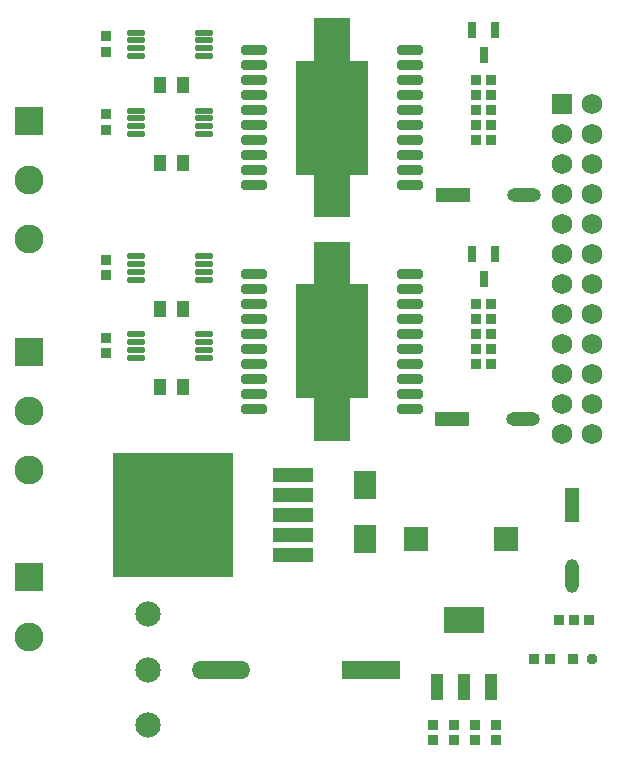
<source format=gts>
G04*
G04 #@! TF.GenerationSoftware,Altium Limited,Altium Designer,21.5.1 (32)*
G04*
G04 Layer_Color=8388736*
%FSLAX25Y25*%
%MOIN*%
G70*
G04*
G04 #@! TF.SameCoordinates,4ADBACA6-D99A-42C5-8304-42A3838A2759*
G04*
G04*
G04 #@! TF.FilePolarity,Negative*
G04*
G01*
G75*
G04:AMPARAMS|DCode=18|XSize=59.06mil|YSize=17.72mil|CornerRadius=1.95mil|HoleSize=0mil|Usage=FLASHONLY|Rotation=180.000|XOffset=0mil|YOffset=0mil|HoleType=Round|Shape=RoundedRectangle|*
%AMROUNDEDRECTD18*
21,1,0.05906,0.01382,0,0,180.0*
21,1,0.05516,0.01772,0,0,180.0*
1,1,0.00390,-0.02758,0.00691*
1,1,0.00390,0.02758,0.00691*
1,1,0.00390,0.02758,-0.00691*
1,1,0.00390,-0.02758,-0.00691*
%
%ADD18ROUNDEDRECTD18*%
%ADD37R,0.04100X0.05600*%
%ADD38R,0.24222X0.38395*%
G04:AMPARAMS|DCode=39|XSize=84.35mil|YSize=30.8mil|CornerRadius=4.98mil|HoleSize=0mil|Usage=FLASHONLY|Rotation=0.000|XOffset=0mil|YOffset=0mil|HoleType=Round|Shape=RoundedRectangle|*
%AMROUNDEDRECTD39*
21,1,0.08435,0.02084,0,0,0.0*
21,1,0.07438,0.03080,0,0,0.0*
1,1,0.00997,0.03719,-0.01042*
1,1,0.00997,-0.03719,-0.01042*
1,1,0.00997,-0.03719,0.01042*
1,1,0.00997,0.03719,0.01042*
%
%ADD39ROUNDEDRECTD39*%
%ADD40R,0.12017X0.16348*%
%ADD41R,0.03600X0.03600*%
%ADD42R,0.39970X0.41742*%
%ADD43R,0.13198X0.04734*%
%ADD44R,0.07490X0.09261*%
%ADD45R,0.03600X0.03600*%
%ADD46R,0.02962X0.05718*%
%ADD47R,0.11230X0.04537*%
%ADD48O,0.11230X0.04537*%
%ADD49R,0.04537X0.11230*%
%ADD50O,0.04537X0.11230*%
%ADD51R,0.08474X0.08474*%
%ADD52O,0.19498X0.06112*%
%ADD53R,0.19498X0.06112*%
%ADD54R,0.13198X0.08868*%
%ADD55R,0.04143X0.08868*%
%ADD56P,0.03897X8X22.5*%
%ADD57C,0.08474*%
%ADD58R,0.06899X0.06899*%
%ADD59C,0.06899*%
%ADD60C,0.00600*%
%ADD61R,0.09655X0.09655*%
%ADD62C,0.09655*%
D18*
X32583Y220161D02*
D03*
Y222721D02*
D03*
Y225279D02*
D03*
Y227839D02*
D03*
X55417D02*
D03*
Y225279D02*
D03*
Y222721D02*
D03*
Y220161D02*
D03*
X32583Y119563D02*
D03*
Y122122D02*
D03*
Y124681D02*
D03*
Y127240D02*
D03*
X55417D02*
D03*
Y124681D02*
D03*
Y122122D02*
D03*
Y119563D02*
D03*
X32583Y145563D02*
D03*
Y148122D02*
D03*
Y150681D02*
D03*
Y153240D02*
D03*
X55417D02*
D03*
Y150681D02*
D03*
Y148122D02*
D03*
Y145563D02*
D03*
X32583Y194161D02*
D03*
Y196721D02*
D03*
Y199279D02*
D03*
Y201839D02*
D03*
X55417D02*
D03*
Y199279D02*
D03*
Y196721D02*
D03*
Y194161D02*
D03*
D37*
X40760Y109902D02*
D03*
X48241D02*
D03*
X40760Y135902D02*
D03*
X48241D02*
D03*
X40760Y210500D02*
D03*
X48241D02*
D03*
X40760Y184500D02*
D03*
X48241D02*
D03*
D38*
X97976Y125000D02*
D03*
Y199500D02*
D03*
D39*
X71953Y147500D02*
D03*
Y142500D02*
D03*
Y137500D02*
D03*
Y132500D02*
D03*
Y127500D02*
D03*
Y122500D02*
D03*
Y117500D02*
D03*
Y112500D02*
D03*
Y107500D02*
D03*
Y102500D02*
D03*
X124000D02*
D03*
Y107500D02*
D03*
Y112500D02*
D03*
Y117500D02*
D03*
Y122500D02*
D03*
Y127500D02*
D03*
Y132500D02*
D03*
Y137500D02*
D03*
Y142500D02*
D03*
Y147500D02*
D03*
X71953Y222000D02*
D03*
Y217000D02*
D03*
Y212000D02*
D03*
Y207000D02*
D03*
Y202000D02*
D03*
Y197000D02*
D03*
Y192000D02*
D03*
Y187000D02*
D03*
Y182000D02*
D03*
Y177000D02*
D03*
X124000D02*
D03*
Y182000D02*
D03*
Y187000D02*
D03*
Y192000D02*
D03*
Y197000D02*
D03*
Y202000D02*
D03*
Y207000D02*
D03*
Y212000D02*
D03*
Y217000D02*
D03*
Y222000D02*
D03*
D40*
X97976Y150098D02*
D03*
Y99902D02*
D03*
Y224598D02*
D03*
Y174402D02*
D03*
D41*
X22500Y195539D02*
D03*
Y200657D02*
D03*
Y221539D02*
D03*
Y226657D02*
D03*
Y120941D02*
D03*
Y126059D02*
D03*
Y146941D02*
D03*
Y152059D02*
D03*
X152500Y-8059D02*
D03*
Y-2941D02*
D03*
X145500Y-8059D02*
D03*
Y-2941D02*
D03*
X138500Y-8059D02*
D03*
Y-2941D02*
D03*
X131500Y-8059D02*
D03*
Y-2941D02*
D03*
D42*
X45000Y67000D02*
D03*
D43*
X85000Y80386D02*
D03*
Y73693D02*
D03*
Y67000D02*
D03*
Y60307D02*
D03*
Y53614D02*
D03*
D44*
X109000Y58945D02*
D03*
Y77055D02*
D03*
D45*
X145989Y117500D02*
D03*
X151107D02*
D03*
Y122500D02*
D03*
X145989D02*
D03*
X151107Y127500D02*
D03*
X145989D02*
D03*
X145988Y132500D02*
D03*
X151106D02*
D03*
X145988Y137500D02*
D03*
X151106D02*
D03*
X145989Y192098D02*
D03*
X151107D02*
D03*
Y197099D02*
D03*
X145989D02*
D03*
X151107Y202099D02*
D03*
X145989D02*
D03*
X145988Y207098D02*
D03*
X151106D02*
D03*
X145988Y212098D02*
D03*
X151106D02*
D03*
X165441Y19000D02*
D03*
X170559D02*
D03*
X178441Y19000D02*
D03*
X178500Y32000D02*
D03*
X183500D02*
D03*
X173500D02*
D03*
D46*
X152240Y228634D02*
D03*
X144760D02*
D03*
X148500Y220366D02*
D03*
X152240Y154134D02*
D03*
X144760D02*
D03*
X148500Y145866D02*
D03*
D47*
X138189Y173598D02*
D03*
X138000Y99000D02*
D03*
D48*
X161811Y173598D02*
D03*
X161622Y99000D02*
D03*
D49*
X178000Y70311D02*
D03*
D50*
Y46689D02*
D03*
D51*
X156000Y59000D02*
D03*
X126000D02*
D03*
D52*
X61000Y15500D02*
D03*
D53*
X111000D02*
D03*
D54*
X142000Y32221D02*
D03*
D55*
X151055Y9780D02*
D03*
X142000D02*
D03*
X132945D02*
D03*
D56*
X184559Y19000D02*
D03*
D57*
X36500Y15500D02*
D03*
Y34004D02*
D03*
Y-3004D02*
D03*
D58*
X174500Y204000D02*
D03*
D59*
X184500D02*
D03*
X174500Y194000D02*
D03*
X184500D02*
D03*
X174500Y184000D02*
D03*
X184500D02*
D03*
X174500Y174000D02*
D03*
X184500D02*
D03*
X174500Y164000D02*
D03*
X184500D02*
D03*
X174500Y154000D02*
D03*
X184500D02*
D03*
X174500Y144000D02*
D03*
X184500D02*
D03*
X174500Y134000D02*
D03*
X184500D02*
D03*
X174500Y124000D02*
D03*
X184500D02*
D03*
X174500Y114000D02*
D03*
X184500D02*
D03*
X174500Y104000D02*
D03*
X184500D02*
D03*
X174500Y94000D02*
D03*
X184500D02*
D03*
D60*
X179000Y0D02*
D03*
X0Y226000D02*
D03*
X179000D02*
D03*
X0Y0D02*
D03*
D61*
X-3000Y121500D02*
D03*
Y198370D02*
D03*
Y46500D02*
D03*
D62*
Y101815D02*
D03*
Y82130D02*
D03*
Y178685D02*
D03*
Y159000D02*
D03*
Y26500D02*
D03*
M02*

</source>
